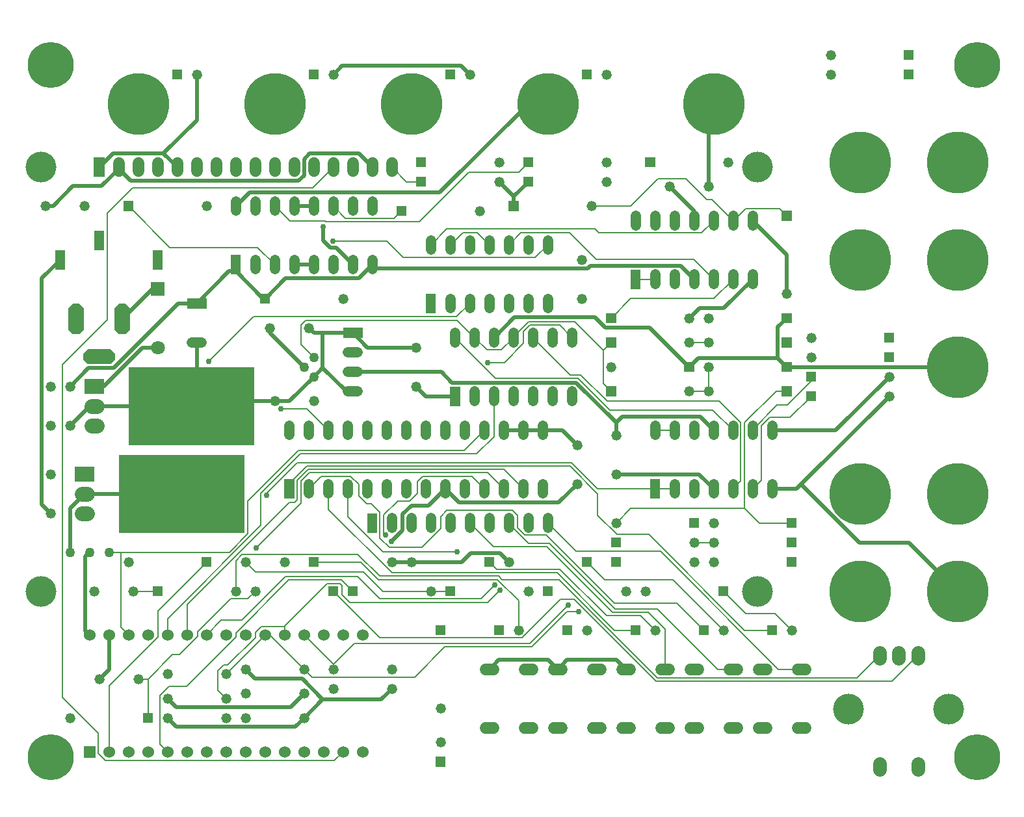
<source format=gtl>
%FSLAX24Y24*%
%MOIN*%
%ADD10C,0.0080*%
%ADD11C,0.0200*%
%ADD12C,0.0300*%
%ADD13C,0.0500*%
%ADD14C,0.0520*%
%ADD15C,0.0591*%
%ADD16C,0.0600*%
%ADD17C,0.0700*%
%ADD18C,0.0709*%
%ADD19C,0.0750*%
%ADD20C,0.1575*%
%ADD21C,0.2362*%
%ADD22C,0.3150*%
D10*
G01X9749Y12000D02*
X7250Y9500D01*
X7250Y9500D02*
X7250Y8134D01*
X7250Y8134D02*
X4750Y5634D01*
X4750Y5634D02*
X4750Y2249D01*
X22500Y23500D02*
X24575Y21424D01*
X24575Y21424D02*
X28793Y21424D01*
X28793Y21424D02*
X30423Y19794D01*
X30423Y19794D02*
X35705Y19794D01*
X35705Y19794D02*
X36749Y18750D01*
X38750Y8500D02*
X37324Y8500D01*
X37324Y8500D02*
X32415Y13408D01*
X32415Y13408D02*
X30789Y13408D01*
X30789Y13408D02*
X29807Y14390D01*
X29807Y14390D02*
X29807Y15495D01*
X29807Y15495D02*
X28388Y16914D01*
X28388Y16914D02*
X14883Y16914D01*
X14883Y16914D02*
X14000Y16031D01*
X14000Y16031D02*
X14000Y15750D01*
X8750Y8250D02*
X8750Y9812D01*
X8750Y9812D02*
X14004Y15066D01*
X14004Y15066D02*
X14261Y15066D01*
X14261Y15066D02*
X14390Y15195D01*
X14390Y15195D02*
X14390Y16180D01*
X14390Y16180D02*
X14953Y16744D01*
X14953Y16744D02*
X25005Y16744D01*
X25005Y16744D02*
X26000Y15750D01*
X46218Y7208D02*
X44891Y5881D01*
X44891Y5881D02*
X32795Y5881D01*
X32795Y5881D02*
X28608Y10068D01*
X28608Y10068D02*
X27884Y10068D01*
X27884Y10068D02*
X25918Y8102D01*
X25918Y8102D02*
X18647Y8102D01*
X18647Y8102D02*
X16249Y10500D01*
X24000Y15750D02*
X23355Y16394D01*
X23355Y16394D02*
X20830Y16394D01*
X20830Y16394D02*
X20548Y16112D01*
X20548Y16112D02*
X20548Y15507D01*
X20548Y15507D02*
X20161Y15119D01*
X20161Y15119D02*
X19551Y15119D01*
X19551Y15119D02*
X18844Y14412D01*
X18844Y14412D02*
X18844Y13455D01*
X18844Y13455D02*
X18920Y13379D01*
X24499Y20500D02*
X24500Y18430D01*
X24500Y18430D02*
X23606Y17537D01*
X23606Y17537D02*
X14550Y17537D01*
X14550Y17537D02*
X12534Y15521D01*
X12534Y15521D02*
X12534Y13873D01*
X12534Y13873D02*
X7750Y9089D01*
X7750Y9089D02*
X7750Y8250D01*
X34500Y23250D02*
X35500Y23250D01*
X36749Y15749D02*
X37146Y16146D01*
X37146Y16146D02*
X37146Y19149D01*
X37146Y19149D02*
X36038Y20258D01*
X36038Y20258D02*
X30282Y20258D01*
X30282Y20258D02*
X28945Y21594D01*
X28945Y21594D02*
X28405Y21594D01*
X28405Y21594D02*
X26499Y23500D01*
X16224Y28451D02*
X18996Y28451D01*
X18996Y28451D02*
X19833Y27614D01*
X19833Y27614D02*
X26614Y27614D01*
X26614Y27614D02*
X27250Y28250D01*
X15999Y18750D02*
X14898Y19851D01*
X14898Y19851D02*
X13569Y19851D01*
X13250Y27250D02*
X12369Y28130D01*
X12369Y28130D02*
X7869Y28130D01*
X7869Y28130D02*
X5750Y30250D01*
X7750Y2249D02*
X7358Y2641D01*
X7358Y2641D02*
X7358Y5163D01*
X7358Y5163D02*
X7819Y5625D01*
X7819Y5625D02*
X8737Y5625D01*
X8737Y5625D02*
X11250Y8137D01*
X11250Y8137D02*
X11250Y8358D01*
X11250Y8358D02*
X13959Y11068D01*
X13959Y11068D02*
X16681Y11068D01*
X16681Y11068D02*
X17249Y10500D01*
X29500Y30250D02*
X31500Y30250D01*
X31500Y30250D02*
X32895Y31645D01*
X32895Y31645D02*
X34325Y31645D01*
X34325Y31645D02*
X35385Y30584D01*
X35385Y30584D02*
X35665Y30584D01*
X35665Y30584D02*
X36749Y29500D01*
X36749Y29500D02*
X37383Y30133D01*
X37383Y30133D02*
X39116Y30133D01*
X39116Y30133D02*
X39500Y29750D01*
X32749Y18750D02*
X33749Y18750D01*
X28828Y9450D02*
X28215Y9450D01*
X28215Y9450D02*
X26415Y7649D01*
X26415Y7649D02*
X21975Y7649D01*
X21975Y7649D02*
X20419Y6093D01*
X20419Y6093D02*
X15156Y6093D01*
X15156Y6093D02*
X14750Y6500D01*
X14750Y6500D02*
X13000Y8250D01*
X13000Y8250D02*
X12750Y8250D01*
X12750Y8250D02*
X10749Y6250D01*
X25250Y14000D02*
X25250Y13957D01*
X25250Y13957D02*
X26262Y12944D01*
X26262Y12944D02*
X27336Y12944D01*
X27336Y12944D02*
X30701Y9579D01*
X30701Y9579D02*
X32871Y9579D01*
X32871Y9579D02*
X35950Y6500D01*
X35950Y6500D02*
X36750Y6500D01*
X13750Y8687D02*
X13750Y8708D01*
X13750Y8708D02*
X15931Y10890D01*
X15931Y10890D02*
X16588Y10890D01*
X16588Y10890D02*
X16689Y10789D01*
X16689Y10789D02*
X16689Y10332D01*
X16689Y10332D02*
X17109Y9912D01*
X17109Y9912D02*
X24181Y9912D01*
X24181Y9912D02*
X24813Y10544D01*
X13750Y8687D02*
X12567Y8687D01*
X12567Y8687D02*
X12250Y8369D01*
X12250Y8369D02*
X12250Y8123D01*
X12250Y8123D02*
X10829Y6702D01*
X10829Y6702D02*
X10631Y6702D01*
X10631Y6702D02*
X10333Y6405D01*
X10333Y6405D02*
X10333Y5416D01*
X10333Y5416D02*
X10749Y5000D01*
X13750Y8687D02*
X13750Y8250D01*
X39750Y8500D02*
X38899Y9350D01*
X38899Y9350D02*
X37399Y9350D01*
X37399Y9350D02*
X36250Y10500D01*
X19250Y32250D02*
X20000Y31500D01*
X20000Y31500D02*
X20750Y31500D01*
X23250Y14000D02*
X24475Y12774D01*
X24475Y12774D02*
X27213Y12774D01*
X27213Y12774D02*
X30579Y9409D01*
X30579Y9409D02*
X32396Y9409D01*
X32396Y9409D02*
X33250Y8556D01*
X33250Y8556D02*
X33250Y6500D01*
X16250Y32250D02*
X15197Y31197D01*
X15197Y31197D02*
X5980Y31197D01*
X5980Y31197D02*
X4657Y29875D01*
X4657Y29875D02*
X4657Y24428D01*
X4657Y24428D02*
X2359Y22130D01*
X2359Y22130D02*
X2359Y5052D01*
X2359Y5052D02*
X4189Y3222D01*
X4189Y3222D02*
X4189Y2193D01*
X4189Y2193D02*
X4571Y1812D01*
X4571Y1812D02*
X16312Y1812D01*
X16312Y1812D02*
X16750Y2249D01*
X7249Y10500D02*
X5999Y10500D01*
X30500Y24500D02*
X31505Y25505D01*
X31505Y25505D02*
X35755Y25505D01*
X35755Y25505D02*
X36749Y26500D01*
X9750Y8250D02*
X10502Y9002D01*
X10502Y9002D02*
X11563Y9002D01*
X11563Y9002D02*
X13799Y11238D01*
X13799Y11238D02*
X17490Y11238D01*
X17490Y11238D02*
X18624Y10103D01*
X18624Y10103D02*
X23820Y10103D01*
X23820Y10103D02*
X24537Y10820D01*
X23500Y23500D02*
X22607Y24392D01*
X22607Y24392D02*
X14834Y24392D01*
X14834Y24392D02*
X14601Y24158D01*
X14601Y24158D02*
X14601Y23148D01*
X14601Y23148D02*
X15250Y22500D01*
X30096Y22846D02*
X28630Y24313D01*
X28630Y24313D02*
X26253Y24313D01*
X26253Y24313D02*
X25500Y23560D01*
X25500Y23560D02*
X25500Y23500D01*
X30096Y22846D02*
X30500Y23250D01*
X30500Y20750D02*
X30096Y21153D01*
X30096Y21153D02*
X30096Y22846D01*
X37343Y14755D02*
X37343Y19139D01*
X37343Y19139D02*
X38953Y20750D01*
X38953Y20750D02*
X39500Y20750D01*
X39750Y14000D02*
X38098Y14000D01*
X38098Y14000D02*
X37343Y14755D01*
X22250Y28250D02*
X22882Y28882D01*
X22882Y28882D02*
X23617Y28882D01*
X23617Y28882D02*
X24250Y28250D01*
X30750Y14000D02*
X31505Y14755D01*
X31505Y14755D02*
X37343Y14755D01*
X23500Y23500D02*
X24130Y22869D01*
X24130Y22869D02*
X24869Y22869D01*
X24869Y22869D02*
X25500Y23500D01*
X24000Y18750D02*
X22957Y17707D01*
X22957Y17707D02*
X14474Y17707D01*
X14474Y17707D02*
X11870Y15102D01*
X11870Y15102D02*
X11870Y13450D01*
X11870Y13450D02*
X10920Y12500D01*
X10920Y12500D02*
X5353Y12500D01*
X5353Y12500D02*
X4750Y12500D01*
X5353Y12500D02*
X5353Y8646D01*
X5353Y8646D02*
X5750Y8250D01*
X12820Y15407D02*
X12821Y15518D01*
X12821Y15518D02*
X14392Y17090D01*
X14392Y17090D02*
X28453Y17090D01*
X28453Y17090D02*
X29793Y15750D01*
X29793Y15750D02*
X32749Y15749D01*
X33749Y15749D02*
X32749Y15749D01*
X15999Y15750D02*
X16000Y14696D01*
X16000Y14696D02*
X19256Y11440D01*
X19256Y11440D02*
X24795Y11439D01*
X24795Y11439D02*
X27717Y11439D01*
X27717Y11439D02*
X30657Y8500D01*
X30657Y8500D02*
X31750Y8500D01*
X35749Y29500D02*
X35117Y28867D01*
X35117Y28867D02*
X29876Y28867D01*
X29876Y28867D02*
X29669Y29074D01*
X29669Y29074D02*
X22074Y29074D01*
X22074Y29074D02*
X21250Y28250D01*
X24250Y12000D02*
X24640Y11609D01*
X24640Y11609D02*
X27878Y11609D01*
X27878Y11609D02*
X30248Y9239D01*
X30248Y9239D02*
X32010Y9239D01*
X32010Y9239D02*
X32750Y8500D01*
X37749Y15749D02*
X38189Y16189D01*
X38189Y16189D02*
X38189Y18997D01*
X38189Y18997D02*
X38620Y19427D01*
X38620Y19427D02*
X39677Y19427D01*
X39677Y19427D02*
X40750Y20500D01*
X34750Y13000D02*
X35750Y13000D01*
X25750Y8500D02*
X25750Y10003D01*
X25750Y10003D02*
X24653Y11100D01*
X24653Y11100D02*
X18557Y11100D01*
X18557Y11100D02*
X17657Y12000D01*
X17657Y12000D02*
X15250Y12000D01*
X6750Y6000D02*
X6749Y4000D01*
X12249Y10500D02*
X11859Y10109D01*
X11859Y10109D02*
X11001Y10109D01*
X11001Y10109D02*
X9310Y8418D01*
X9310Y8418D02*
X9310Y8200D01*
X9310Y8200D02*
X8366Y7256D01*
X8366Y7256D02*
X8006Y7256D01*
X8006Y7256D02*
X6750Y6000D01*
X6750Y6000D02*
X6249Y6000D01*
X26250Y32500D02*
X25750Y32000D01*
X25750Y32000D02*
X23209Y32000D01*
X23209Y32000D02*
X20657Y29447D01*
X20657Y29447D02*
X15864Y29447D01*
X15864Y29447D02*
X15840Y29472D01*
X15840Y29472D02*
X14027Y29472D01*
X14027Y29472D02*
X13250Y30250D01*
X27250Y14000D02*
X28710Y12539D01*
X28710Y12539D02*
X33018Y12539D01*
X33018Y12539D02*
X39058Y6500D01*
X39058Y6500D02*
X40250Y6500D01*
X19750Y30000D02*
X19369Y29619D01*
X19369Y29619D02*
X16880Y29619D01*
X16880Y29619D02*
X16250Y30250D01*
X32749Y26500D02*
X31750Y26500D01*
X16250Y6500D02*
X16250Y6750D01*
X16250Y6750D02*
X14750Y8250D01*
X28284Y9788D02*
X26316Y7819D01*
X26316Y7819D02*
X17319Y7819D01*
X17319Y7819D02*
X16250Y6750D01*
X11250Y10500D02*
X11250Y12058D01*
X11250Y12058D02*
X11581Y12390D01*
X11581Y12390D02*
X17508Y12390D01*
X17508Y12390D02*
X18627Y11270D01*
X18627Y11270D02*
X24723Y11270D01*
X24723Y11270D02*
X24894Y11099D01*
X24894Y11099D02*
X27817Y11099D01*
X27817Y11099D02*
X32856Y6060D01*
X32856Y6060D02*
X43102Y6060D01*
X43102Y6060D02*
X44250Y7208D01*
X25249Y28250D02*
X25881Y28881D01*
X25881Y28881D02*
X28369Y28881D01*
X28369Y28881D02*
X29717Y27533D01*
X29717Y27533D02*
X34716Y27533D01*
X34716Y27533D02*
X35749Y26500D01*
X37749Y18750D02*
X37750Y18797D01*
X37750Y18797D02*
X39012Y20060D01*
X39012Y20060D02*
X39517Y20060D01*
X39517Y20060D02*
X40750Y21292D01*
X40750Y21292D02*
X40750Y21500D01*
X35500Y20750D02*
X35500Y22000D01*
X34500Y20750D02*
X35500Y20750D01*
X29250Y12000D02*
X30158Y11091D01*
X30158Y11091D02*
X33658Y11091D01*
X33658Y11091D02*
X36250Y8500D01*
X35249Y8500D02*
X33880Y9869D01*
X33880Y9869D02*
X30651Y9869D01*
X30651Y9869D02*
X27151Y13369D01*
X27151Y13369D02*
X26077Y13369D01*
X26077Y13369D02*
X25689Y13757D01*
X25689Y13757D02*
X25689Y14367D01*
X25689Y14367D02*
X25423Y14634D01*
X25423Y14634D02*
X22071Y14634D01*
X22071Y14634D02*
X21750Y14312D01*
X21750Y14312D02*
X21750Y13705D01*
X21750Y13705D02*
X20799Y12754D01*
X20799Y12754D02*
X19119Y12754D01*
X19119Y12754D02*
X18640Y13233D01*
X18640Y13233D02*
X18640Y14553D01*
X18640Y14553D02*
X18198Y14995D01*
X18198Y14995D02*
X17962Y14995D01*
X17962Y14995D02*
X17570Y15387D01*
X17570Y15387D02*
X17570Y15971D01*
X17570Y15971D02*
X17147Y16394D01*
X17147Y16394D02*
X15644Y16394D01*
X15644Y16394D02*
X15000Y15750D01*
X16999Y15750D02*
X17000Y14305D01*
X17000Y14305D02*
X18792Y12513D01*
X18792Y12513D02*
X22604Y12513D01*
X28500Y23500D02*
X27856Y24143D01*
X27856Y24143D02*
X26323Y24143D01*
X26323Y24143D02*
X26000Y23819D01*
X26000Y23819D02*
X26000Y23208D01*
X26000Y23208D02*
X25018Y22226D01*
X25018Y22226D02*
X24178Y22226D01*
X22250Y10500D02*
X21250Y10500D01*
X11750Y12000D02*
X12257Y11492D01*
X12257Y11492D02*
X17804Y11492D01*
X17804Y11492D02*
X18797Y10500D01*
X18797Y10500D02*
X21250Y10500D01*
X23249Y25250D02*
X22579Y24579D01*
X22579Y24579D02*
X12166Y24579D01*
X12166Y24579D02*
X9857Y22269D01*
X12310Y12722D02*
X14609Y15021D01*
X14609Y15021D02*
X14609Y16156D01*
X14609Y16156D02*
X15023Y16569D01*
X15023Y16569D02*
X24180Y16569D01*
X24180Y16569D02*
X25000Y15750D01*
D11*
G01X40245Y15995D02*
X44750Y20500D01*
X38750Y15749D02*
X40000Y15750D01*
X40000Y15750D02*
X40245Y15995D01*
X40245Y15995D02*
X43240Y13000D01*
X43240Y13000D02*
X45750Y13000D01*
X45750Y13000D02*
X48250Y10500D01*
X15723Y29192D02*
X15723Y28471D01*
X15723Y28471D02*
X16083Y28111D01*
X16083Y28111D02*
X16388Y28111D01*
X16388Y28111D02*
X17250Y27250D01*
X34500Y24500D02*
X35030Y25030D01*
X35030Y25030D02*
X36280Y25030D01*
X36280Y25030D02*
X37749Y26500D01*
X7250Y26000D02*
X6966Y26000D01*
X6966Y26000D02*
X5431Y24464D01*
X30750Y19142D02*
X28697Y21194D01*
X28697Y21194D02*
X22338Y21194D01*
X22338Y21194D02*
X21783Y21750D01*
X21783Y21750D02*
X17250Y21750D01*
X30750Y18500D02*
X30750Y19142D01*
X35749Y18750D02*
X35057Y19442D01*
X35057Y19442D02*
X31049Y19442D01*
X31049Y19442D02*
X30750Y19142D01*
X34750Y29500D02*
X34750Y30000D01*
X34750Y30000D02*
X33500Y31250D01*
X38750Y18750D02*
X42000Y18750D01*
X42000Y18750D02*
X44750Y21500D01*
X7250Y23000D02*
X6479Y23000D01*
X6479Y23000D02*
X4479Y21000D01*
X4479Y21000D02*
X4000Y21000D01*
X28750Y16000D02*
X27809Y15059D01*
X27809Y15059D02*
X22690Y15059D01*
X22690Y15059D02*
X21999Y15750D01*
X21999Y15750D02*
X21139Y14889D01*
X21139Y14889D02*
X20248Y14889D01*
X20248Y14889D02*
X19799Y14441D01*
X19799Y14441D02*
X19799Y13629D01*
X19799Y13629D02*
X19220Y13049D01*
X14750Y5250D02*
X14048Y4548D01*
X14048Y4548D02*
X8201Y4548D01*
X8201Y4548D02*
X7750Y5000D01*
X22500Y20500D02*
X21000Y20500D01*
X21000Y20500D02*
X20500Y21000D01*
X11250Y30250D02*
X11964Y30964D01*
X11964Y30964D02*
X21714Y30964D01*
X21714Y30964D02*
X26250Y35500D01*
X26250Y35500D02*
X27250Y35500D01*
X15712Y21962D02*
X15250Y21500D01*
X15712Y23750D02*
X15712Y21962D01*
X15712Y21962D02*
X16924Y20750D01*
X16924Y20750D02*
X17250Y20749D01*
X15712Y23750D02*
X15250Y23750D01*
X15250Y23750D02*
X15000Y24000D01*
X17250Y23749D02*
X15712Y23750D01*
X13250Y20250D02*
X11250Y20250D01*
X11250Y20250D02*
X11000Y20000D01*
X15250Y21500D02*
X14000Y20250D01*
X14000Y20250D02*
X13250Y20250D01*
X9250Y20000D02*
X11000Y20000D01*
X23250Y37000D02*
X22799Y37450D01*
X22799Y37450D02*
X16700Y37450D01*
X16700Y37450D02*
X16250Y37000D01*
X4750Y8250D02*
X4750Y6500D01*
X4750Y6500D02*
X4249Y6000D01*
X15701Y4951D02*
X14750Y3999D01*
X7500Y15500D02*
X10500Y15500D01*
X3500Y15500D02*
X7500Y15500D01*
X39035Y22464D02*
X39500Y22000D01*
X34500Y22000D02*
X34964Y22464D01*
X34964Y22464D02*
X39035Y22464D01*
X39035Y22464D02*
X39035Y24035D01*
X39035Y24035D02*
X39500Y24500D01*
X24499Y23500D02*
X25543Y24543D01*
X25543Y24543D02*
X29665Y24543D01*
X29665Y24543D02*
X30182Y24025D01*
X30182Y24025D02*
X32474Y24025D01*
X32474Y24025D02*
X34500Y22000D01*
X2750Y12500D02*
X2750Y14750D01*
X2750Y14750D02*
X3500Y15500D01*
X4000Y20000D02*
X3750Y20000D01*
X3750Y20000D02*
X2749Y19000D01*
X25000Y18750D02*
X26000Y18750D01*
X14250Y30250D02*
X15250Y30250D01*
X15250Y27250D02*
X14250Y27250D01*
X24250Y6500D02*
X24740Y6990D01*
X24740Y6990D02*
X27259Y6990D01*
X27259Y6990D02*
X27750Y6500D01*
X31250Y6500D02*
X30759Y6990D01*
X30759Y6990D02*
X28240Y6990D01*
X28240Y6990D02*
X27750Y6500D01*
X19250Y12000D02*
X20249Y12000D01*
X39500Y22000D02*
X48250Y22000D01*
X26250Y31500D02*
X25500Y30750D01*
X25500Y30250D02*
X25500Y30750D01*
X25500Y30750D02*
X24750Y31500D01*
X9250Y37000D02*
X9250Y34663D01*
X9250Y34663D02*
X7543Y32956D01*
X4250Y32250D02*
X4956Y32956D01*
X4956Y32956D02*
X7543Y32956D01*
X7543Y32956D02*
X8250Y32250D01*
X11750Y6500D02*
X12247Y6002D01*
X12247Y6002D02*
X14650Y6002D01*
X14650Y6002D02*
X15701Y4951D01*
X15701Y4951D02*
X18701Y4951D01*
X18701Y4951D02*
X19250Y5500D01*
X20249Y12000D02*
X22840Y12000D01*
X22840Y12000D02*
X23290Y12450D01*
X23290Y12450D02*
X24799Y12450D01*
X24799Y12450D02*
X25249Y12000D01*
X7749Y4000D02*
X8200Y3549D01*
X8200Y3549D02*
X14299Y3549D01*
X14299Y3549D02*
X14750Y3999D01*
X26000Y18750D02*
X26999Y18750D01*
X26999Y18750D02*
X28000Y18750D01*
X28000Y18750D02*
X28750Y18000D01*
X4000Y20000D02*
X8000Y20000D01*
X9250Y23249D02*
X9250Y20000D01*
X8000Y20000D02*
X9250Y20000D01*
X20500Y23000D02*
X18000Y23000D01*
X18000Y23000D02*
X17250Y23749D01*
X14750Y22000D02*
X13000Y23750D01*
X13000Y23750D02*
X13000Y24000D01*
X5250Y32250D02*
X5250Y32163D01*
X18250Y32250D02*
X17552Y32947D01*
X17552Y32947D02*
X15043Y32947D01*
X15043Y32947D02*
X14750Y32654D01*
X14750Y32654D02*
X14750Y31833D01*
X14750Y31833D02*
X14474Y31557D01*
X14474Y31557D02*
X5856Y31557D01*
X5856Y31557D02*
X5250Y32163D01*
X1500Y30250D02*
X1892Y30250D01*
X1892Y30250D02*
X2914Y31272D01*
X2914Y31272D02*
X4358Y31272D01*
X4358Y31272D02*
X5250Y32163D01*
X3750Y8250D02*
X3540Y8459D01*
X3540Y8459D02*
X3540Y12290D01*
X3540Y12290D02*
X3750Y12500D01*
X2250Y27500D02*
X1294Y26544D01*
X1294Y26544D02*
X1294Y14955D01*
X1294Y14955D02*
X1750Y14500D01*
X37749Y29500D02*
X39500Y27750D01*
X39500Y27750D02*
X39499Y25750D01*
X11250Y26902D02*
X10902Y26902D01*
X10902Y26902D02*
X9250Y25249D01*
X11250Y27250D02*
X11250Y26902D01*
X12750Y25500D02*
X12652Y25500D01*
X12652Y25500D02*
X11250Y26902D01*
X18250Y27250D02*
X17559Y26559D01*
X17559Y26559D02*
X13809Y26559D01*
X13809Y26559D02*
X12750Y25500D01*
X30750Y16500D02*
X35000Y16500D01*
X35000Y16500D02*
X35749Y15749D01*
X9250Y25249D02*
X8291Y25250D01*
X8291Y25250D02*
X4993Y21951D01*
X4993Y21951D02*
X3701Y21951D01*
X3701Y21951D02*
X2750Y21000D01*
X35500Y31250D02*
X35500Y35250D01*
X35500Y35250D02*
X35749Y35500D01*
X34750Y26500D02*
X34059Y27190D01*
X34059Y27190D02*
X29435Y27190D01*
X29435Y27190D02*
X29293Y27048D01*
X29293Y27048D02*
X18451Y27048D01*
X18451Y27048D02*
X18250Y27250D01*
D12*
G01X18920Y13379D03*
X15723Y29192D03*
X16224Y28451D03*
X13569Y19851D03*
X28828Y9450D03*
X24813Y10544D03*
X24537Y10820D03*
X19220Y13049D03*
X12820Y15407D03*
X28284Y9788D03*
X22604Y12513D03*
X24178Y22226D03*
X9857Y22269D03*
X12310Y12722D03*
D13*
G01X15250Y22500D03*
X14750Y22000D03*
X15250Y21500D03*
X4750Y12500D03*
X3750Y12500D03*
X2750Y12500D03*
D14*
G01X13250Y20250D03*
X15250Y20250D03*
X5750Y12000D03*
X32750Y8500D03*
X39499Y25750D03*
X33500Y31250D03*
X35500Y31250D03*
X25750Y8500D03*
X26250Y10500D03*
X12249Y10500D03*
X13750Y12000D03*
X11750Y12000D03*
X29500Y30250D03*
X34500Y23250D03*
X41750Y37000D03*
X1750Y16500D03*
X1750Y14500D03*
X2749Y19000D03*
X2750Y21000D03*
X21250Y10500D03*
X19250Y12000D03*
X4249Y6000D03*
X6249Y6000D03*
X34750Y13000D03*
X21750Y2750D03*
X24750Y31500D03*
X1749Y19000D03*
X1750Y21000D03*
X21750Y4500D03*
X29250Y8500D03*
X39750Y8500D03*
X3500Y30250D03*
X1500Y30250D03*
X16250Y6500D03*
X19250Y6500D03*
X41750Y38000D03*
X16750Y25500D03*
X30750Y14000D03*
X2750Y4000D03*
X36500Y32500D03*
X11250Y10500D03*
X36250Y8500D03*
X30500Y22000D03*
X4000Y10500D03*
X5999Y10500D03*
X32250Y10500D03*
X20249Y12000D03*
X25249Y12000D03*
X19250Y5500D03*
X16250Y5500D03*
X31250Y10500D03*
X34500Y24500D03*
X30250Y31500D03*
X34500Y20750D03*
X30750Y18500D03*
X30750Y16500D03*
X35750Y13000D03*
X44750Y20500D03*
X44750Y21500D03*
X35500Y22000D03*
X9250Y37000D03*
X16250Y37000D03*
X23250Y37000D03*
X30250Y37000D03*
X24750Y32500D03*
X9749Y30250D03*
X23750Y30000D03*
X30250Y32500D03*
X10749Y6250D03*
X7750Y6250D03*
X11750Y6500D03*
X14750Y6500D03*
X11750Y5250D03*
X14750Y5250D03*
X14750Y4000D03*
X11750Y4000D03*
X35500Y24500D03*
X35750Y12000D03*
X40750Y23500D03*
X40750Y22500D03*
X10749Y5000D03*
X7750Y5000D03*
X7749Y4000D03*
X10749Y4000D03*
X35500Y20750D03*
X34750Y12000D03*
X35500Y23250D03*
X35750Y14000D03*
X29000Y27500D03*
X29000Y25500D03*
X20500Y23000D03*
X20500Y21000D03*
X28750Y18000D03*
X28750Y16000D03*
X15000Y24000D03*
X13000Y24000D03*
X23250Y13760D02*
X23250Y14239D01*
X22250Y13760D02*
X22250Y14239D01*
X21250Y13760D02*
X21250Y14239D01*
X25250Y13760D02*
X25250Y14239D01*
X27250Y13760D02*
X27250Y14239D01*
X26250Y13760D02*
X26250Y14239D01*
X24250Y13760D02*
X24250Y14239D01*
X20250Y13760D02*
X20250Y14239D01*
X19250Y13760D02*
X19250Y14239D01*
X17010Y22749D02*
X17490Y22749D01*
X17010Y20749D02*
X17490Y20749D01*
X17010Y21750D02*
X17490Y21750D01*
X9010Y23249D02*
X9490Y23249D01*
X33750Y26260D02*
X33750Y26740D01*
X34750Y29260D02*
X34750Y29740D01*
X34750Y26260D02*
X34750Y26740D01*
X35750Y26260D02*
X35750Y26740D01*
X37749Y29260D02*
X37749Y29740D01*
X36749Y26260D02*
X36749Y26740D01*
X36749Y29260D02*
X36749Y29740D01*
X31750Y29260D02*
X31750Y29740D01*
X37749Y26260D02*
X37749Y26740D01*
X35750Y29260D02*
X35750Y29740D01*
X32750Y26260D02*
X32750Y26740D01*
X32750Y29260D02*
X32750Y29740D01*
X33750Y29260D02*
X33750Y29740D01*
X18999Y18510D02*
X18999Y18990D01*
X18000Y15510D02*
X18000Y15990D01*
X23000Y18510D02*
X23000Y18990D01*
X17000Y15510D02*
X17000Y15990D01*
X16000Y15510D02*
X16000Y15990D01*
X18999Y15510D02*
X18999Y15990D01*
X18000Y18510D02*
X18000Y18990D01*
X20000Y15510D02*
X20000Y15990D01*
X25000Y15510D02*
X25000Y15990D01*
X17000Y18510D02*
X17000Y18990D01*
X24000Y18510D02*
X24000Y18990D01*
X14000Y18510D02*
X14000Y18990D01*
X21999Y18510D02*
X21999Y18990D01*
X26000Y18510D02*
X26000Y18990D01*
X24000Y15510D02*
X24000Y15990D01*
X21000Y15510D02*
X21000Y15990D01*
X26999Y15510D02*
X26999Y15990D01*
X21000Y18510D02*
X21000Y18990D01*
X15000Y15510D02*
X15000Y15990D01*
X23000Y15510D02*
X23000Y15990D01*
X25000Y18510D02*
X25000Y18990D01*
X21999Y15510D02*
X21999Y15990D01*
X26999Y18510D02*
X26999Y18990D01*
X26000Y15510D02*
X26000Y15990D01*
X15000Y18510D02*
X15000Y18990D01*
X20000Y18510D02*
X20000Y18990D01*
X16000Y18510D02*
X16000Y18990D01*
X18250Y30010D02*
X18250Y30490D01*
X18250Y27010D02*
X18250Y27490D01*
X15250Y30010D02*
X15250Y30490D01*
X17250Y27010D02*
X17250Y27490D01*
X16250Y30010D02*
X16250Y30490D01*
X15250Y27010D02*
X15250Y27490D01*
X12250Y30010D02*
X12250Y30490D01*
X16250Y27010D02*
X16250Y27490D01*
X13250Y27010D02*
X13250Y27490D01*
X11250Y30010D02*
X11250Y30490D01*
X14250Y30010D02*
X14250Y30490D01*
X13250Y30010D02*
X13250Y30490D01*
X14250Y27010D02*
X14250Y27490D01*
X17250Y30010D02*
X17250Y30490D01*
X12250Y27010D02*
X12250Y27490D01*
X34750Y15510D02*
X34750Y15990D01*
X35750Y18510D02*
X35750Y18990D01*
X35750Y15510D02*
X35750Y15990D01*
X36749Y15510D02*
X36749Y15990D01*
X38750Y18510D02*
X38750Y18990D01*
X37749Y15510D02*
X37749Y15990D01*
X37749Y18510D02*
X37749Y18990D01*
X32750Y18510D02*
X32750Y18990D01*
X38750Y15510D02*
X38750Y15990D01*
X36749Y18510D02*
X36749Y18990D01*
X33749Y15510D02*
X33749Y15990D01*
X33749Y18510D02*
X33749Y18990D01*
X34750Y18510D02*
X34750Y18990D01*
X22250Y28010D02*
X22250Y28489D01*
X25249Y25010D02*
X25249Y25490D01*
X27250Y25010D02*
X27250Y25490D01*
X24250Y28010D02*
X24250Y28489D01*
X26250Y25010D02*
X26250Y25490D01*
X25249Y28010D02*
X25249Y28489D01*
X23249Y28010D02*
X23249Y28489D01*
X24250Y25010D02*
X24250Y25490D01*
X23249Y25010D02*
X23249Y25490D01*
X26250Y28010D02*
X26250Y28489D01*
X27250Y28010D02*
X27250Y28489D01*
X21250Y28010D02*
X21250Y28489D01*
X22250Y25010D02*
X22250Y25490D01*
X23500Y23260D02*
X23500Y23740D01*
X26499Y20260D02*
X26499Y20740D01*
X28500Y20260D02*
X28500Y20740D01*
X25500Y23260D02*
X25500Y23740D01*
X27500Y20260D02*
X27500Y20740D01*
X26499Y23260D02*
X26499Y23740D01*
X24499Y23260D02*
X24499Y23740D01*
X25500Y20260D02*
X25500Y20740D01*
X24499Y20260D02*
X24499Y20740D01*
X27500Y23260D02*
X27500Y23740D01*
X28500Y23260D02*
X28500Y23740D01*
X22500Y23260D02*
X22500Y23740D01*
X23500Y20260D02*
X23500Y20740D01*
D15*
G01X19250Y32045D02*
X19250Y32454D01*
X10250Y32045D02*
X10250Y32454D01*
X17250Y32045D02*
X17250Y32454D01*
X6250Y32045D02*
X6250Y32454D01*
X9250Y32045D02*
X9250Y32454D01*
X7250Y32045D02*
X7250Y32454D01*
X15250Y32045D02*
X15250Y32454D01*
X5250Y32045D02*
X5250Y32454D01*
X8250Y32045D02*
X8250Y32454D01*
X18250Y32045D02*
X18250Y32454D01*
X12250Y32045D02*
X12250Y32454D01*
X11250Y32045D02*
X11250Y32454D01*
X14250Y32045D02*
X14250Y32454D01*
X13250Y32045D02*
X13250Y32454D01*
X16250Y32045D02*
X16250Y32454D01*
D16*
G01X8750Y2249D03*
X4750Y8250D03*
X17750Y2249D03*
X4750Y2249D03*
X16750Y8250D03*
X17750Y8250D03*
X9750Y2249D03*
X14750Y8250D03*
X16750Y2249D03*
X9750Y8250D03*
X10750Y2249D03*
X3750Y8250D03*
X7750Y8250D03*
X12750Y2249D03*
X8750Y8250D03*
X12750Y8250D03*
X14750Y2249D03*
X6750Y8250D03*
X15750Y2249D03*
X6750Y2249D03*
X15750Y8250D03*
X5750Y8250D03*
X10750Y8250D03*
X5750Y2249D03*
X13750Y8250D03*
X7750Y2249D03*
X13750Y2249D03*
X11750Y8250D03*
X11750Y2249D03*
X31050Y3499D02*
X31450Y3499D01*
X33050Y3499D02*
X33450Y3499D01*
X33050Y6500D02*
X33450Y6500D01*
X31050Y6500D02*
X31450Y6500D01*
X34550Y3499D02*
X34950Y3499D01*
X36549Y3499D02*
X36949Y3499D01*
X36549Y6500D02*
X36949Y6500D01*
X34550Y6500D02*
X34950Y6500D01*
X38050Y3499D02*
X38450Y3499D01*
X40050Y3499D02*
X40450Y3499D01*
X40050Y6500D02*
X40450Y6500D01*
X38050Y6500D02*
X38450Y6500D01*
X24050Y3499D02*
X24450Y3499D01*
X26050Y3499D02*
X26450Y3499D01*
X26050Y6500D02*
X26450Y6500D01*
X24050Y6500D02*
X24450Y6500D01*
X27550Y3499D02*
X27950Y3499D01*
X29550Y3499D02*
X29950Y3499D01*
X29550Y6500D02*
X29950Y6500D01*
X27550Y6500D02*
X27950Y6500D01*
D17*
G01X45234Y7058D02*
X45234Y7358D01*
X44250Y1349D02*
X44250Y1649D01*
X46218Y7058D02*
X46218Y7358D01*
X44250Y7058D02*
X44250Y7358D01*
X46218Y1349D02*
X46218Y1649D01*
D18*
G01X7250Y23000D03*
D19*
G01X3875Y20000D02*
X4125Y20000D01*
X3875Y19000D02*
X4125Y19000D01*
X3375Y15500D02*
X3625Y15500D01*
X3375Y14500D02*
X3625Y14500D01*
D20*
G01X1250Y32250D03*
X38000Y32250D03*
X1250Y10500D03*
X38000Y10500D03*
X47793Y4452D03*
X42675Y4452D03*
D21*
G01X49250Y37500D03*
X1750Y2000D03*
X49250Y2000D03*
X1750Y37500D03*
D22*
G01X48250Y15500D03*
X43250Y15500D03*
X48250Y32500D03*
X43250Y32500D03*
X48250Y22000D03*
X6250Y35500D03*
X13250Y35500D03*
X20250Y35500D03*
X27250Y35500D03*
X35750Y35500D03*
X43250Y27500D03*
X48250Y27500D03*
X43250Y10500D03*
X48250Y10500D03*
G36*
X9489Y11740D02*G01*
X10009Y11740D01*X10009Y12260D01*X9489Y12260D01*G37*
G36*
X32010Y8760D02*G01*
X31490Y8760D01*X31490Y8240D01*X32010Y8240D01*G37*
G36*
X39759Y29490D02*G01*
X39759Y30010D01*X39239Y30010D01*X39239Y29490D01*G37*
G36*
X25010Y8760D02*G01*
X24490Y8760D01*X24490Y8240D01*X25010Y8240D01*G37*
G36*
X22510Y10760D02*G01*
X21990Y10760D01*X21990Y10240D01*X22510Y10240D01*G37*
G36*
X1990Y27000D02*G01*
X2509Y27000D01*X2509Y28000D01*X1990Y28000D01*G37*
G36*
X6989Y27000D02*G01*
X7510Y27000D01*X7510Y28000D01*X6989Y28000D01*G37*
G36*
X3989Y28000D02*G01*
X4509Y28000D01*X4510Y29000D01*X3990Y29000D01*G37*
G36*
X15989Y10240D02*G01*
X16509Y10240D01*X16509Y10760D01*X15989Y10760D01*G37*
G36*
X25760Y30510D02*G01*
X25240Y30510D01*X25240Y29990D01*X25760Y29990D01*G37*
G36*
X30760Y23510D02*G01*
X30240Y23510D01*X30240Y22990D01*X30760Y22990D01*G37*
G36*
X45490Y36740D02*G01*
X46010Y36740D01*X46010Y37260D01*X45490Y37260D01*G37*
G36*
X17510Y10760D02*G01*
X16990Y10760D01*X16990Y10240D01*X17510Y10240D01*G37*
G36*
X15510Y12260D02*G01*
X14990Y12260D01*X14990Y11740D01*X15510Y11740D01*G37*
G36*
X31010Y13260D02*G01*
X30490Y13260D01*X30490Y12740D01*X31010Y12740D01*G37*
G36*
X4545Y32750D02*G01*
X3954Y32750D01*X3954Y31750D01*X4545Y31750D01*G37*
G36*
X21490Y2010D02*G01*
X21490Y1490D01*X22010Y1490D01*X22010Y2010D01*G37*
G36*
X21010Y31760D02*G01*
X20490Y31760D01*X20490Y31240D01*X21010Y31240D01*G37*
G36*
X22010Y8240D02*G01*
X22010Y8760D01*X21490Y8760D01*X21490Y8240D01*G37*
G36*
X28510Y8760D02*G01*
X27990Y8760D01*X27990Y8240D01*X28510Y8240D01*G37*
G36*
X39010Y8760D02*G01*
X38490Y8760D01*X38490Y8240D01*X39010Y8240D01*G37*
G36*
X45490Y37740D02*G01*
X46010Y37740D01*X46010Y38260D01*X45490Y38260D01*G37*
G36*
X10249Y18000D02*G01*
X10250Y22000D01*X5750Y22000D01*X5750Y18000D01*G37*
G36*
X12200Y18000D02*G01*
X12200Y22000D01*X9800Y22000D01*X9800Y18000D01*G37*
G36*
X4500Y20625D02*G01*
X4500Y21375D01*X3500Y21375D01*X3500Y20625D01*G37*
G36*
X7604Y25645D02*G01*
X7604Y26354D01*X6895Y26354D01*X6895Y25645D01*G37*
G36*
X13010Y25760D02*G01*
X12490Y25760D01*X12490Y25240D01*X13010Y25240D01*G37*
G36*
X34490Y13740D02*G01*
X35010Y13740D01*X35010Y14260D01*X34490Y14260D01*G37*
G36*
X6489Y3740D02*G01*
X7009Y3740D01*X7009Y4260D01*X6489Y4260D01*G37*
G36*
X32760Y32760D02*G01*
X32240Y32760D01*X32240Y32240D01*X32760Y32240D01*G37*
G36*
X7510Y10760D02*G01*
X6989Y10760D01*X6989Y10240D01*X7510Y10240D01*G37*
G36*
X35510Y8760D02*G01*
X34990Y8760D01*X34990Y8240D01*X35510Y8240D01*G37*
G36*
X34240Y21740D02*G01*
X34760Y21740D01*X34760Y22260D01*X34240Y22260D01*G37*
G36*
X35990Y10240D02*G01*
X36510Y10240D01*X36510Y10760D01*X35990Y10760D01*G37*
G36*
X23989Y11740D02*G01*
X24509Y11740D01*X24509Y12260D01*X23989Y12260D01*G37*
G36*
X28989Y11740D02*G01*
X29510Y11740D01*X29510Y12260D01*X28989Y12260D01*G37*
G36*
X27510Y10760D02*G01*
X26990Y10760D01*X26990Y10240D01*X27510Y10240D01*G37*
G36*
X18510Y14500D02*G01*
X17990Y14500D01*X17990Y13499D01*X18510Y13499D01*G37*
G36*
X9749Y13499D02*G01*
X9750Y17500D01*X5250Y17500D01*X5250Y13499D01*G37*
G36*
X11700Y13499D02*G01*
X11700Y17499D01*X9300Y17500D01*X9300Y13499D01*G37*
G36*
X4000Y16125D02*G01*
X4000Y16875D01*X3000Y16875D01*X3000Y16125D01*G37*
G36*
X4846Y22929D02*G01*
X5076Y22698D01*X5076Y22372D01*X4846Y22141D01*X3653Y22141D01*X3423Y22372D01*X3423Y22698D01*X3653Y22929D01*G37*
G36*
X3231Y25251D02*G01*
X3462Y25021D01*X3462Y23907D01*X3231Y23677D01*X2905Y23677D01*X2675Y23907D01*X2675Y25021D01*X2905Y25251D01*G37*
G36*
X5594Y25251D02*G01*
X5824Y25021D01*X5824Y23907D01*X5594Y23677D01*X5268Y23677D01*X5037Y23907D01*X5037Y25021D01*X5268Y25251D01*G37*
G36*
X17750Y23489D02*G01*
X17750Y24009D01*X16750Y24009D01*X16750Y23489D01*G37*
G36*
X9750Y24990D02*G01*
X9750Y25509D01*X8750Y25510D01*X8750Y24990D01*G37*
G36*
X32010Y27000D02*G01*
X31490Y27000D01*X31490Y26000D01*X32010Y26000D01*G37*
G36*
X30760Y24760D02*G01*
X30240Y24760D01*X30240Y24240D01*X30760Y24240D01*G37*
G36*
X26510Y31760D02*G01*
X25990Y31760D01*X25990Y31240D01*X26510Y31240D01*G37*
G36*
X30760Y21010D02*G01*
X30240Y21010D01*X30240Y20490D01*X30760Y20490D01*G37*
G36*
X4050Y2550D02*G01*
X3450Y2550D01*X3450Y1949D01*X4050Y1949D01*G37*
G36*
X14260Y16250D02*G01*
X13740Y16250D01*X13740Y15250D01*X14260Y15250D01*G37*
G36*
X39490Y12740D02*G01*
X40010Y12740D01*X40010Y13260D01*X39490Y13260D01*G37*
G36*
X41010Y20760D02*G01*
X40490Y20760D01*X40490Y20240D01*X41010Y20240D01*G37*
G36*
X41010Y21760D02*G01*
X40490Y21760D01*X40490Y21240D01*X41010Y21240D01*G37*
G36*
X39240Y21740D02*G01*
X39760Y21740D01*X39760Y22260D01*X39240Y22260D01*G37*
G36*
X8510Y37260D02*G01*
X7990Y37260D01*X7990Y36740D01*X8510Y36740D01*G37*
G36*
X15510Y37260D02*G01*
X14990Y37260D01*X14990Y36740D01*X15510Y36740D01*G37*
G36*
X22510Y37260D02*G01*
X21990Y37260D01*X21990Y36740D01*X22510Y36740D01*G37*
G36*
X29510Y37260D02*G01*
X28990Y37260D01*X28990Y36740D01*X29510Y36740D01*G37*
G36*
X21010Y32760D02*G01*
X20490Y32760D01*X20490Y32240D01*X21010Y32240D01*G37*
G36*
X6010Y30510D02*G01*
X5490Y30510D01*X5490Y29990D01*X6010Y29990D01*G37*
G36*
X20010Y30260D02*G01*
X19490Y30260D01*X19490Y29740D01*X20010Y29740D01*G37*
G36*
X26510Y32760D02*G01*
X25990Y32760D01*X25990Y32240D01*X26510Y32240D01*G37*
G36*
X11510Y27750D02*G01*
X10990Y27750D01*X10990Y26750D01*X11510Y26750D01*G37*
G36*
X33009Y16250D02*G01*
X32489Y16250D01*X32489Y15250D01*X33009Y15250D01*G37*
G36*
X21509Y25750D02*G01*
X20989Y25750D01*X20989Y24750D01*X21509Y24750D01*G37*
G36*
X39240Y24240D02*G01*
X39760Y24240D01*X39760Y24760D01*X39240Y24760D01*G37*
G36*
X39490Y11740D02*G01*
X40010Y11740D01*X40010Y12260D01*X39490Y12260D01*G37*
G36*
X44490Y23239D02*G01*
X45010Y23239D01*X45010Y23759D01*X44490Y23759D01*G37*
G36*
X44490Y22239D02*G01*
X45010Y22239D01*X45010Y22759D01*X44490Y22759D01*G37*
G36*
X22759Y21000D02*G01*
X22239Y21000D01*X22239Y20000D01*X22759Y20000D01*G37*
G36*
X39240Y20490D02*G01*
X39760Y20490D01*X39760Y21010D01*X39240Y21010D01*G37*
G36*
X31010Y12260D02*G01*
X30490Y12260D01*X30490Y11740D01*X31010Y11740D01*G37*
G36*
X39240Y22990D02*G01*
X39760Y22990D01*X39760Y23510D01*X39240Y23510D01*G37*
G36*
X39490Y13740D02*G01*
X40010Y13740D01*X40010Y14260D01*X39490Y14260D01*G37*
M02*

</source>
